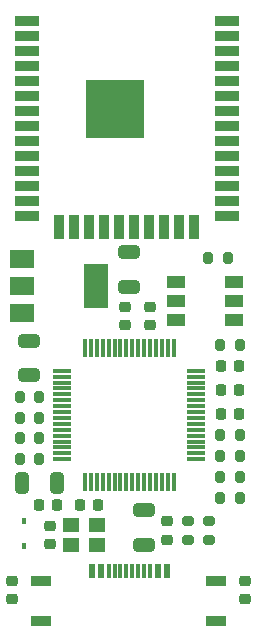
<source format=gbr>
%TF.GenerationSoftware,KiCad,Pcbnew,5.99.0-unknown-f7b20611c1~106~ubuntu20.04.1*%
%TF.CreationDate,2021-01-06T18:34:37-03:00*%
%TF.ProjectId,lisa32,6c697361-3332-42e6-9b69-6361645f7063,rev?*%
%TF.SameCoordinates,Original*%
%TF.FileFunction,Paste,Top*%
%TF.FilePolarity,Positive*%
%FSLAX46Y46*%
G04 Gerber Fmt 4.6, Leading zero omitted, Abs format (unit mm)*
G04 Created by KiCad (PCBNEW 5.99.0-unknown-f7b20611c1~106~ubuntu20.04.1) date 2021-01-06 18:34:37*
%MOMM*%
%LPD*%
G01*
G04 APERTURE LIST*
G04 Aperture macros list*
%AMRoundRect*
0 Rectangle with rounded corners*
0 $1 Rounding radius*
0 $2 $3 $4 $5 $6 $7 $8 $9 X,Y pos of 4 corners*
0 Add a 4 corners polygon primitive as box body*
4,1,4,$2,$3,$4,$5,$6,$7,$8,$9,$2,$3,0*
0 Add four circle primitives for the rounded corners*
1,1,$1+$1,$2,$3,0*
1,1,$1+$1,$4,$5,0*
1,1,$1+$1,$6,$7,0*
1,1,$1+$1,$8,$9,0*
0 Add four rect primitives between the rounded corners*
20,1,$1+$1,$2,$3,$4,$5,0*
20,1,$1+$1,$4,$5,$6,$7,0*
20,1,$1+$1,$6,$7,$8,$9,0*
20,1,$1+$1,$8,$9,$2,$3,0*%
G04 Aperture macros list end*
%ADD10R,2.000000X0.900000*%
%ADD11R,0.900000X2.000000*%
%ADD12R,5.000000X5.000000*%
%ADD13RoundRect,0.250000X0.650000X-0.325000X0.650000X0.325000X-0.650000X0.325000X-0.650000X-0.325000X0*%
%ADD14RoundRect,0.200000X0.200000X0.275000X-0.200000X0.275000X-0.200000X-0.275000X0.200000X-0.275000X0*%
%ADD15R,1.500000X1.000000*%
%ADD16R,0.600000X1.160000*%
%ADD17R,0.300000X1.160000*%
%ADD18RoundRect,0.200000X-0.200000X-0.275000X0.200000X-0.275000X0.200000X0.275000X-0.200000X0.275000X0*%
%ADD19R,0.450000X0.600000*%
%ADD20RoundRect,0.250000X-0.650000X0.325000X-0.650000X-0.325000X0.650000X-0.325000X0.650000X0.325000X0*%
%ADD21RoundRect,0.075000X0.075000X-0.700000X0.075000X0.700000X-0.075000X0.700000X-0.075000X-0.700000X0*%
%ADD22RoundRect,0.075000X0.700000X-0.075000X0.700000X0.075000X-0.700000X0.075000X-0.700000X-0.075000X0*%
%ADD23RoundRect,0.218750X-0.218750X-0.256250X0.218750X-0.256250X0.218750X0.256250X-0.218750X0.256250X0*%
%ADD24RoundRect,0.225000X-0.225000X-0.250000X0.225000X-0.250000X0.225000X0.250000X-0.225000X0.250000X0*%
%ADD25RoundRect,0.225000X-0.250000X0.225000X-0.250000X-0.225000X0.250000X-0.225000X0.250000X0.225000X0*%
%ADD26RoundRect,0.225000X0.225000X0.250000X-0.225000X0.250000X-0.225000X-0.250000X0.225000X-0.250000X0*%
%ADD27R,1.700000X0.900000*%
%ADD28RoundRect,0.225000X0.250000X-0.225000X0.250000X0.225000X-0.250000X0.225000X-0.250000X-0.225000X0*%
%ADD29RoundRect,0.200000X-0.275000X0.200000X-0.275000X-0.200000X0.275000X-0.200000X0.275000X0.200000X0*%
%ADD30RoundRect,0.200000X0.275000X-0.200000X0.275000X0.200000X-0.275000X0.200000X-0.275000X-0.200000X0*%
%ADD31R,2.000000X1.500000*%
%ADD32R,2.000000X3.800000*%
%ADD33R,1.400000X1.200000*%
%ADD34RoundRect,0.250000X0.325000X0.650000X-0.325000X0.650000X-0.325000X-0.650000X0.325000X-0.650000X0*%
G04 APERTURE END LIST*
D10*
%TO.C,U1*%
X6028800Y-4826000D03*
X6028800Y-6096000D03*
X6028800Y-7366000D03*
X6028800Y-8636000D03*
X6028800Y-9906000D03*
X6028800Y-11176000D03*
X6028800Y-12446000D03*
X6028800Y-13716000D03*
X6028800Y-14986000D03*
X6028800Y-16256000D03*
X6028800Y-17526000D03*
X6028800Y-18796000D03*
X6028800Y-20066000D03*
X6028800Y-21336000D03*
D11*
X8813800Y-22336000D03*
X10083800Y-22336000D03*
X11353800Y-22336000D03*
X12623800Y-22336000D03*
X13893800Y-22336000D03*
X15163800Y-22336000D03*
X16433800Y-22336000D03*
X17703800Y-22336000D03*
X18973800Y-22336000D03*
X20243800Y-22336000D03*
D10*
X23028800Y-21336000D03*
X23028800Y-20066000D03*
X23028800Y-18796000D03*
X23028800Y-17526000D03*
X23028800Y-16256000D03*
X23028800Y-14986000D03*
X23028800Y-13716000D03*
X23028800Y-12446000D03*
X23028800Y-11176000D03*
X23028800Y-9906000D03*
X23028800Y-8636000D03*
X23028800Y-7366000D03*
X23028800Y-6096000D03*
X23028800Y-4826000D03*
D12*
X13528800Y-12326000D03*
%TD*%
D13*
%TO.C,C2*%
X14732000Y-27383000D03*
X14732000Y-24433000D03*
%TD*%
D14*
%TO.C,R22*%
X24091400Y-32308800D03*
X22441400Y-32308800D03*
%TD*%
D15*
%TO.C,D5*%
X18682800Y-27000400D03*
X18682800Y-28600400D03*
X18682800Y-30200400D03*
X23582800Y-30200400D03*
X23582800Y-28600400D03*
X23582800Y-27000400D03*
%TD*%
D16*
%TO.C,J1*%
X11532000Y-51465000D03*
X12332000Y-51465000D03*
D17*
X13482000Y-51465000D03*
X14482000Y-51465000D03*
X14982000Y-51465000D03*
X15982000Y-51465000D03*
D16*
X17132000Y-51465000D03*
X17932000Y-51465000D03*
X17932000Y-51465000D03*
X17132000Y-51465000D03*
D17*
X16482000Y-51465000D03*
X15482000Y-51465000D03*
X13982000Y-51465000D03*
X12982000Y-51465000D03*
D16*
X12332000Y-51465000D03*
X11532000Y-51465000D03*
%TD*%
D18*
%TO.C,R16*%
X5474200Y-38481000D03*
X7124200Y-38481000D03*
%TD*%
%TO.C,R8*%
X22416000Y-45212000D03*
X24066000Y-45212000D03*
%TD*%
D19*
%TO.C,D1*%
X5842000Y-47210000D03*
X5842000Y-49310000D03*
%TD*%
D18*
%TO.C,R13*%
X5474200Y-41910000D03*
X7124200Y-41910000D03*
%TD*%
D20*
%TO.C,C1*%
X6223000Y-31926000D03*
X6223000Y-34876000D03*
%TD*%
D18*
%TO.C,R9*%
X22416000Y-43434000D03*
X24066000Y-43434000D03*
%TD*%
D21*
%TO.C,U2*%
X10982000Y-43902000D03*
X11482000Y-43902000D03*
X11982000Y-43902000D03*
X12482000Y-43902000D03*
X12982000Y-43902000D03*
X13482000Y-43902000D03*
X13982000Y-43902000D03*
X14482000Y-43902000D03*
X14982000Y-43902000D03*
X15482000Y-43902000D03*
X15982000Y-43902000D03*
X16482000Y-43902000D03*
X16982000Y-43902000D03*
X17482000Y-43902000D03*
X17982000Y-43902000D03*
X18482000Y-43902000D03*
D22*
X20407000Y-41977000D03*
X20407000Y-41477000D03*
X20407000Y-40977000D03*
X20407000Y-40477000D03*
X20407000Y-39977000D03*
X20407000Y-39477000D03*
X20407000Y-38977000D03*
X20407000Y-38477000D03*
X20407000Y-37977000D03*
X20407000Y-37477000D03*
X20407000Y-36977000D03*
X20407000Y-36477000D03*
X20407000Y-35977000D03*
X20407000Y-35477000D03*
X20407000Y-34977000D03*
X20407000Y-34477000D03*
D21*
X18482000Y-32552000D03*
X17982000Y-32552000D03*
X17482000Y-32552000D03*
X16982000Y-32552000D03*
X16482000Y-32552000D03*
X15982000Y-32552000D03*
X15482000Y-32552000D03*
X14982000Y-32552000D03*
X14482000Y-32552000D03*
X13982000Y-32552000D03*
X13482000Y-32552000D03*
X12982000Y-32552000D03*
X12482000Y-32552000D03*
X11982000Y-32552000D03*
X11482000Y-32552000D03*
X10982000Y-32552000D03*
D22*
X9057000Y-34477000D03*
X9057000Y-34977000D03*
X9057000Y-35477000D03*
X9057000Y-35977000D03*
X9057000Y-36477000D03*
X9057000Y-36977000D03*
X9057000Y-37477000D03*
X9057000Y-37977000D03*
X9057000Y-38477000D03*
X9057000Y-38977000D03*
X9057000Y-39477000D03*
X9057000Y-39977000D03*
X9057000Y-40477000D03*
X9057000Y-40977000D03*
X9057000Y-41477000D03*
X9057000Y-41977000D03*
%TD*%
D14*
%TO.C,R23*%
X23050000Y-24892000D03*
X21400000Y-24892000D03*
%TD*%
D23*
%TO.C,D3*%
X22478900Y-36068000D03*
X24053900Y-36068000D03*
%TD*%
D24*
%TO.C,C23*%
X22491400Y-34036000D03*
X24041400Y-34036000D03*
%TD*%
D20*
%TO.C,C6*%
X16002000Y-46277000D03*
X16002000Y-49227000D03*
%TD*%
D23*
%TO.C,D4*%
X22478900Y-38100000D03*
X24053900Y-38100000D03*
%TD*%
D25*
%TO.C,C13*%
X17940000Y-47231000D03*
X17940000Y-48781000D03*
%TD*%
D26*
%TO.C,C12*%
X8649000Y-45847000D03*
X7099000Y-45847000D03*
%TD*%
D27*
%TO.C,SW1*%
X22047200Y-55700400D03*
X22047200Y-52300400D03*
%TD*%
D24*
%TO.C,C9*%
X10528000Y-45847000D03*
X12078000Y-45847000D03*
%TD*%
D28*
%TO.C,C18*%
X14325600Y-30620000D03*
X14325600Y-29070000D03*
%TD*%
D27*
%TO.C,SW2*%
X7213600Y-55675000D03*
X7213600Y-52275000D03*
%TD*%
D29*
%TO.C,R11*%
X21496000Y-47181000D03*
X21496000Y-48831000D03*
%TD*%
D18*
%TO.C,R12*%
X22416000Y-39878000D03*
X24066000Y-39878000D03*
%TD*%
%TO.C,R15*%
X5474200Y-36703000D03*
X7124200Y-36703000D03*
%TD*%
D28*
%TO.C,C14*%
X16510000Y-30620000D03*
X16510000Y-29070000D03*
%TD*%
%TO.C,C4*%
X4775200Y-53810200D03*
X4775200Y-52260200D03*
%TD*%
D18*
%TO.C,R14*%
X5474200Y-40182800D03*
X7124200Y-40182800D03*
%TD*%
D30*
%TO.C,R18*%
X19718000Y-48831000D03*
X19718000Y-47181000D03*
%TD*%
D31*
%TO.C,U3*%
X5613000Y-25005000D03*
D32*
X11913000Y-27305000D03*
D31*
X5613000Y-27305000D03*
X5613000Y-29605000D03*
%TD*%
D25*
%TO.C,C8*%
X8001000Y-47612000D03*
X8001000Y-49162000D03*
%TD*%
D28*
%TO.C,C3*%
X24485600Y-53835600D03*
X24485600Y-52285600D03*
%TD*%
D18*
%TO.C,R10*%
X22416000Y-41656000D03*
X24066000Y-41656000D03*
%TD*%
D33*
%TO.C,Y1*%
X12022000Y-47558999D03*
X9822000Y-47558999D03*
X9822000Y-49258999D03*
X12022000Y-49258999D03*
%TD*%
D34*
%TO.C,C10*%
X8587000Y-43942000D03*
X5637000Y-43942000D03*
%TD*%
M02*

</source>
